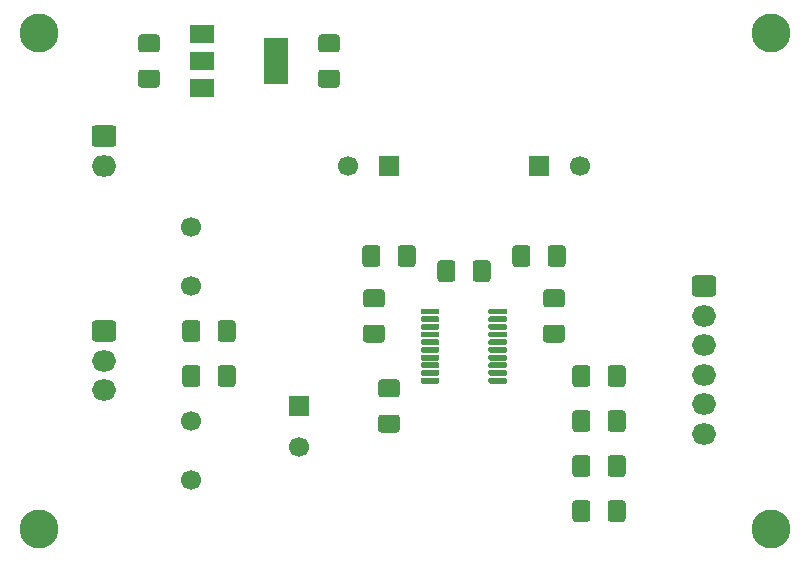
<source format=gbr>
%TF.GenerationSoftware,KiCad,Pcbnew,(5.1.6)-1*%
%TF.CreationDate,2020-11-10T02:08:12+03:00*%
%TF.ProjectId,dac-001s,6461632d-3030-4317-932e-6b696361645f,rev?*%
%TF.SameCoordinates,Original*%
%TF.FileFunction,Soldermask,Top*%
%TF.FilePolarity,Negative*%
%FSLAX46Y46*%
G04 Gerber Fmt 4.6, Leading zero omitted, Abs format (unit mm)*
G04 Created by KiCad (PCBNEW (5.1.6)-1) date 2020-11-10 02:08:12*
%MOMM*%
%LPD*%
G01*
G04 APERTURE LIST*
%ADD10O,2.050000X1.800000*%
%ADD11O,2.100000X1.800000*%
%ADD12C,3.300000*%
%ADD13C,1.700000*%
%ADD14R,1.700000X1.700000*%
%ADD15R,2.100000X1.600000*%
%ADD16R,2.100000X3.900000*%
G04 APERTURE END LIST*
D10*
%TO.C,J3*%
X147320000Y-70920000D03*
X147320000Y-68420000D03*
X147320000Y-65920000D03*
X147320000Y-63420000D03*
X147320000Y-60920000D03*
G36*
G01*
X146559706Y-57520000D02*
X148080294Y-57520000D01*
G75*
G02*
X148345000Y-57784706I0J-264706D01*
G01*
X148345000Y-59055294D01*
G75*
G02*
X148080294Y-59320000I-264706J0D01*
G01*
X146559706Y-59320000D01*
G75*
G02*
X146295000Y-59055294I0J264706D01*
G01*
X146295000Y-57784706D01*
G75*
G02*
X146559706Y-57520000I264706J0D01*
G01*
G37*
%TD*%
%TO.C,J2*%
X96520000Y-67230000D03*
X96520000Y-64730000D03*
G36*
G01*
X95759706Y-61330000D02*
X97280294Y-61330000D01*
G75*
G02*
X97545000Y-61594706I0J-264706D01*
G01*
X97545000Y-62865294D01*
G75*
G02*
X97280294Y-63130000I-264706J0D01*
G01*
X95759706Y-63130000D01*
G75*
G02*
X95495000Y-62865294I0J264706D01*
G01*
X95495000Y-61594706D01*
G75*
G02*
X95759706Y-61330000I264706J0D01*
G01*
G37*
%TD*%
D11*
%TO.C,J1*%
X96520000Y-48220000D03*
G36*
G01*
X95734706Y-44820000D02*
X97305294Y-44820000D01*
G75*
G02*
X97570000Y-45084706I0J-264706D01*
G01*
X97570000Y-46355294D01*
G75*
G02*
X97305294Y-46620000I-264706J0D01*
G01*
X95734706Y-46620000D01*
G75*
G02*
X95470000Y-46355294I0J264706D01*
G01*
X95470000Y-45084706D01*
G75*
G02*
X95734706Y-44820000I264706J0D01*
G01*
G37*
%TD*%
D12*
%TO.C,H4*%
X153000000Y-79000000D03*
%TD*%
%TO.C,H3*%
X91000000Y-79000000D03*
%TD*%
%TO.C,H2*%
X153000000Y-37000000D03*
%TD*%
%TO.C,H1*%
X91000000Y-37000000D03*
%TD*%
%TO.C,R6*%
G36*
G01*
X137705000Y-76812544D02*
X137705000Y-78127456D01*
G75*
G02*
X137437456Y-78395000I-267544J0D01*
G01*
X136447544Y-78395000D01*
G75*
G02*
X136180000Y-78127456I0J267544D01*
G01*
X136180000Y-76812544D01*
G75*
G02*
X136447544Y-76545000I267544J0D01*
G01*
X137437456Y-76545000D01*
G75*
G02*
X137705000Y-76812544I0J-267544D01*
G01*
G37*
G36*
G01*
X140680000Y-76812544D02*
X140680000Y-78127456D01*
G75*
G02*
X140412456Y-78395000I-267544J0D01*
G01*
X139422544Y-78395000D01*
G75*
G02*
X139155000Y-78127456I0J267544D01*
G01*
X139155000Y-76812544D01*
G75*
G02*
X139422544Y-76545000I267544J0D01*
G01*
X140412456Y-76545000D01*
G75*
G02*
X140680000Y-76812544I0J-267544D01*
G01*
G37*
%TD*%
%TO.C,R4*%
G36*
G01*
X137705000Y-73002544D02*
X137705000Y-74317456D01*
G75*
G02*
X137437456Y-74585000I-267544J0D01*
G01*
X136447544Y-74585000D01*
G75*
G02*
X136180000Y-74317456I0J267544D01*
G01*
X136180000Y-73002544D01*
G75*
G02*
X136447544Y-72735000I267544J0D01*
G01*
X137437456Y-72735000D01*
G75*
G02*
X137705000Y-73002544I0J-267544D01*
G01*
G37*
G36*
G01*
X140680000Y-73002544D02*
X140680000Y-74317456D01*
G75*
G02*
X140412456Y-74585000I-267544J0D01*
G01*
X139422544Y-74585000D01*
G75*
G02*
X139155000Y-74317456I0J267544D01*
G01*
X139155000Y-73002544D01*
G75*
G02*
X139422544Y-72735000I267544J0D01*
G01*
X140412456Y-72735000D01*
G75*
G02*
X140680000Y-73002544I0J-267544D01*
G01*
G37*
%TD*%
%TO.C,R3*%
G36*
G01*
X137705000Y-69192544D02*
X137705000Y-70507456D01*
G75*
G02*
X137437456Y-70775000I-267544J0D01*
G01*
X136447544Y-70775000D01*
G75*
G02*
X136180000Y-70507456I0J267544D01*
G01*
X136180000Y-69192544D01*
G75*
G02*
X136447544Y-68925000I267544J0D01*
G01*
X137437456Y-68925000D01*
G75*
G02*
X137705000Y-69192544I0J-267544D01*
G01*
G37*
G36*
G01*
X140680000Y-69192544D02*
X140680000Y-70507456D01*
G75*
G02*
X140412456Y-70775000I-267544J0D01*
G01*
X139422544Y-70775000D01*
G75*
G02*
X139155000Y-70507456I0J267544D01*
G01*
X139155000Y-69192544D01*
G75*
G02*
X139422544Y-68925000I267544J0D01*
G01*
X140412456Y-68925000D01*
G75*
G02*
X140680000Y-69192544I0J-267544D01*
G01*
G37*
%TD*%
%TO.C,R1*%
G36*
G01*
X137705000Y-65382544D02*
X137705000Y-66697456D01*
G75*
G02*
X137437456Y-66965000I-267544J0D01*
G01*
X136447544Y-66965000D01*
G75*
G02*
X136180000Y-66697456I0J267544D01*
G01*
X136180000Y-65382544D01*
G75*
G02*
X136447544Y-65115000I267544J0D01*
G01*
X137437456Y-65115000D01*
G75*
G02*
X137705000Y-65382544I0J-267544D01*
G01*
G37*
G36*
G01*
X140680000Y-65382544D02*
X140680000Y-66697456D01*
G75*
G02*
X140412456Y-66965000I-267544J0D01*
G01*
X139422544Y-66965000D01*
G75*
G02*
X139155000Y-66697456I0J267544D01*
G01*
X139155000Y-65382544D01*
G75*
G02*
X139422544Y-65115000I267544J0D01*
G01*
X140412456Y-65115000D01*
G75*
G02*
X140680000Y-65382544I0J-267544D01*
G01*
G37*
%TD*%
D13*
%TO.C,C1*%
X136850000Y-48260000D03*
D14*
X133350000Y-48260000D03*
%TD*%
%TO.C,C4*%
G36*
G01*
X116227456Y-38645000D02*
X114912544Y-38645000D01*
G75*
G02*
X114645000Y-38377456I0J267544D01*
G01*
X114645000Y-37387544D01*
G75*
G02*
X114912544Y-37120000I267544J0D01*
G01*
X116227456Y-37120000D01*
G75*
G02*
X116495000Y-37387544I0J-267544D01*
G01*
X116495000Y-38377456D01*
G75*
G02*
X116227456Y-38645000I-267544J0D01*
G01*
G37*
G36*
G01*
X116227456Y-41620000D02*
X114912544Y-41620000D01*
G75*
G02*
X114645000Y-41352456I0J267544D01*
G01*
X114645000Y-40362544D01*
G75*
G02*
X114912544Y-40095000I267544J0D01*
G01*
X116227456Y-40095000D01*
G75*
G02*
X116495000Y-40362544I0J-267544D01*
G01*
X116495000Y-41352456D01*
G75*
G02*
X116227456Y-41620000I-267544J0D01*
G01*
G37*
%TD*%
%TO.C,C3*%
G36*
G01*
X100987456Y-38645000D02*
X99672544Y-38645000D01*
G75*
G02*
X99405000Y-38377456I0J267544D01*
G01*
X99405000Y-37387544D01*
G75*
G02*
X99672544Y-37120000I267544J0D01*
G01*
X100987456Y-37120000D01*
G75*
G02*
X101255000Y-37387544I0J-267544D01*
G01*
X101255000Y-38377456D01*
G75*
G02*
X100987456Y-38645000I-267544J0D01*
G01*
G37*
G36*
G01*
X100987456Y-41620000D02*
X99672544Y-41620000D01*
G75*
G02*
X99405000Y-41352456I0J267544D01*
G01*
X99405000Y-40362544D01*
G75*
G02*
X99672544Y-40095000I267544J0D01*
G01*
X100987456Y-40095000D01*
G75*
G02*
X101255000Y-40362544I0J-267544D01*
G01*
X101255000Y-41352456D01*
G75*
G02*
X100987456Y-41620000I-267544J0D01*
G01*
G37*
%TD*%
D15*
%TO.C,U1*%
X104800000Y-37070000D03*
X104800000Y-41670000D03*
X104800000Y-39370000D03*
D16*
X111100000Y-39370000D03*
%TD*%
%TO.C,R5*%
G36*
G01*
X104685000Y-65382544D02*
X104685000Y-66697456D01*
G75*
G02*
X104417456Y-66965000I-267544J0D01*
G01*
X103427544Y-66965000D01*
G75*
G02*
X103160000Y-66697456I0J267544D01*
G01*
X103160000Y-65382544D01*
G75*
G02*
X103427544Y-65115000I267544J0D01*
G01*
X104417456Y-65115000D01*
G75*
G02*
X104685000Y-65382544I0J-267544D01*
G01*
G37*
G36*
G01*
X107660000Y-65382544D02*
X107660000Y-66697456D01*
G75*
G02*
X107392456Y-66965000I-267544J0D01*
G01*
X106402544Y-66965000D01*
G75*
G02*
X106135000Y-66697456I0J267544D01*
G01*
X106135000Y-65382544D01*
G75*
G02*
X106402544Y-65115000I267544J0D01*
G01*
X107392456Y-65115000D01*
G75*
G02*
X107660000Y-65382544I0J-267544D01*
G01*
G37*
%TD*%
%TO.C,R2*%
G36*
G01*
X107660000Y-61572544D02*
X107660000Y-62887456D01*
G75*
G02*
X107392456Y-63155000I-267544J0D01*
G01*
X106402544Y-63155000D01*
G75*
G02*
X106135000Y-62887456I0J267544D01*
G01*
X106135000Y-61572544D01*
G75*
G02*
X106402544Y-61305000I267544J0D01*
G01*
X107392456Y-61305000D01*
G75*
G02*
X107660000Y-61572544I0J-267544D01*
G01*
G37*
G36*
G01*
X104685000Y-61572544D02*
X104685000Y-62887456D01*
G75*
G02*
X104417456Y-63155000I-267544J0D01*
G01*
X103427544Y-63155000D01*
G75*
G02*
X103160000Y-62887456I0J267544D01*
G01*
X103160000Y-61572544D01*
G75*
G02*
X103427544Y-61305000I267544J0D01*
G01*
X104417456Y-61305000D01*
G75*
G02*
X104685000Y-61572544I0J-267544D01*
G01*
G37*
%TD*%
D13*
%TO.C,C11*%
X103922500Y-74850000D03*
X103922500Y-69850000D03*
%TD*%
%TO.C,C9*%
X103922500Y-53420000D03*
X103922500Y-58420000D03*
%TD*%
%TO.C,C13*%
G36*
G01*
X135277456Y-60235000D02*
X133962544Y-60235000D01*
G75*
G02*
X133695000Y-59967456I0J267544D01*
G01*
X133695000Y-58977544D01*
G75*
G02*
X133962544Y-58710000I267544J0D01*
G01*
X135277456Y-58710000D01*
G75*
G02*
X135545000Y-58977544I0J-267544D01*
G01*
X135545000Y-59967456D01*
G75*
G02*
X135277456Y-60235000I-267544J0D01*
G01*
G37*
G36*
G01*
X135277456Y-63210000D02*
X133962544Y-63210000D01*
G75*
G02*
X133695000Y-62942456I0J267544D01*
G01*
X133695000Y-61952544D01*
G75*
G02*
X133962544Y-61685000I267544J0D01*
G01*
X135277456Y-61685000D01*
G75*
G02*
X135545000Y-61952544I0J-267544D01*
G01*
X135545000Y-62942456D01*
G75*
G02*
X135277456Y-63210000I-267544J0D01*
G01*
G37*
%TD*%
%TO.C,C12*%
G36*
G01*
X120037456Y-60235000D02*
X118722544Y-60235000D01*
G75*
G02*
X118455000Y-59967456I0J267544D01*
G01*
X118455000Y-58977544D01*
G75*
G02*
X118722544Y-58710000I267544J0D01*
G01*
X120037456Y-58710000D01*
G75*
G02*
X120305000Y-58977544I0J-267544D01*
G01*
X120305000Y-59967456D01*
G75*
G02*
X120037456Y-60235000I-267544J0D01*
G01*
G37*
G36*
G01*
X120037456Y-63210000D02*
X118722544Y-63210000D01*
G75*
G02*
X118455000Y-62942456I0J267544D01*
G01*
X118455000Y-61952544D01*
G75*
G02*
X118722544Y-61685000I267544J0D01*
G01*
X120037456Y-61685000D01*
G75*
G02*
X120305000Y-61952544I0J-267544D01*
G01*
X120305000Y-62942456D01*
G75*
G02*
X120037456Y-63210000I-267544J0D01*
G01*
G37*
%TD*%
%TO.C,C8*%
X113030000Y-72080000D03*
D14*
X113030000Y-68580000D03*
%TD*%
D13*
%TO.C,C5*%
X117150000Y-48260000D03*
D14*
X120650000Y-48260000D03*
%TD*%
%TO.C,C7*%
G36*
G01*
X119992544Y-69305000D02*
X121307456Y-69305000D01*
G75*
G02*
X121575000Y-69572544I0J-267544D01*
G01*
X121575000Y-70562456D01*
G75*
G02*
X121307456Y-70830000I-267544J0D01*
G01*
X119992544Y-70830000D01*
G75*
G02*
X119725000Y-70562456I0J267544D01*
G01*
X119725000Y-69572544D01*
G75*
G02*
X119992544Y-69305000I267544J0D01*
G01*
G37*
G36*
G01*
X119992544Y-66330000D02*
X121307456Y-66330000D01*
G75*
G02*
X121575000Y-66597544I0J-267544D01*
G01*
X121575000Y-67587456D01*
G75*
G02*
X121307456Y-67855000I-267544J0D01*
G01*
X119992544Y-67855000D01*
G75*
G02*
X119725000Y-67587456I0J267544D01*
G01*
X119725000Y-66597544D01*
G75*
G02*
X119992544Y-66330000I267544J0D01*
G01*
G37*
%TD*%
%TO.C,C2*%
G36*
G01*
X134075000Y-56537456D02*
X134075000Y-55222544D01*
G75*
G02*
X134342544Y-54955000I267544J0D01*
G01*
X135332456Y-54955000D01*
G75*
G02*
X135600000Y-55222544I0J-267544D01*
G01*
X135600000Y-56537456D01*
G75*
G02*
X135332456Y-56805000I-267544J0D01*
G01*
X134342544Y-56805000D01*
G75*
G02*
X134075000Y-56537456I0J267544D01*
G01*
G37*
G36*
G01*
X131100000Y-56537456D02*
X131100000Y-55222544D01*
G75*
G02*
X131367544Y-54955000I267544J0D01*
G01*
X132357456Y-54955000D01*
G75*
G02*
X132625000Y-55222544I0J-267544D01*
G01*
X132625000Y-56537456D01*
G75*
G02*
X132357456Y-56805000I-267544J0D01*
G01*
X131367544Y-56805000D01*
G75*
G02*
X131100000Y-56537456I0J267544D01*
G01*
G37*
%TD*%
%TO.C,C6*%
G36*
G01*
X119925000Y-55222544D02*
X119925000Y-56537456D01*
G75*
G02*
X119657456Y-56805000I-267544J0D01*
G01*
X118667544Y-56805000D01*
G75*
G02*
X118400000Y-56537456I0J267544D01*
G01*
X118400000Y-55222544D01*
G75*
G02*
X118667544Y-54955000I267544J0D01*
G01*
X119657456Y-54955000D01*
G75*
G02*
X119925000Y-55222544I0J-267544D01*
G01*
G37*
G36*
G01*
X122900000Y-55222544D02*
X122900000Y-56537456D01*
G75*
G02*
X122632456Y-56805000I-267544J0D01*
G01*
X121642544Y-56805000D01*
G75*
G02*
X121375000Y-56537456I0J267544D01*
G01*
X121375000Y-55222544D01*
G75*
G02*
X121642544Y-54955000I267544J0D01*
G01*
X122632456Y-54955000D01*
G75*
G02*
X122900000Y-55222544I0J-267544D01*
G01*
G37*
%TD*%
%TO.C,C10*%
G36*
G01*
X127725000Y-57807456D02*
X127725000Y-56492544D01*
G75*
G02*
X127992544Y-56225000I267544J0D01*
G01*
X128982456Y-56225000D01*
G75*
G02*
X129250000Y-56492544I0J-267544D01*
G01*
X129250000Y-57807456D01*
G75*
G02*
X128982456Y-58075000I-267544J0D01*
G01*
X127992544Y-58075000D01*
G75*
G02*
X127725000Y-57807456I0J267544D01*
G01*
G37*
G36*
G01*
X124750000Y-57807456D02*
X124750000Y-56492544D01*
G75*
G02*
X125017544Y-56225000I267544J0D01*
G01*
X126007456Y-56225000D01*
G75*
G02*
X126275000Y-56492544I0J-267544D01*
G01*
X126275000Y-57807456D01*
G75*
G02*
X126007456Y-58075000I-267544J0D01*
G01*
X125017544Y-58075000D01*
G75*
G02*
X124750000Y-57807456I0J267544D01*
G01*
G37*
%TD*%
%TO.C,U2*%
G36*
G01*
X129075000Y-60700000D02*
X129075000Y-60450000D01*
G75*
G02*
X129200000Y-60325000I125000J0D01*
G01*
X130525000Y-60325000D01*
G75*
G02*
X130650000Y-60450000I0J-125000D01*
G01*
X130650000Y-60700000D01*
G75*
G02*
X130525000Y-60825000I-125000J0D01*
G01*
X129200000Y-60825000D01*
G75*
G02*
X129075000Y-60700000I0J125000D01*
G01*
G37*
G36*
G01*
X129075000Y-61350000D02*
X129075000Y-61100000D01*
G75*
G02*
X129200000Y-60975000I125000J0D01*
G01*
X130525000Y-60975000D01*
G75*
G02*
X130650000Y-61100000I0J-125000D01*
G01*
X130650000Y-61350000D01*
G75*
G02*
X130525000Y-61475000I-125000J0D01*
G01*
X129200000Y-61475000D01*
G75*
G02*
X129075000Y-61350000I0J125000D01*
G01*
G37*
G36*
G01*
X129075000Y-62000000D02*
X129075000Y-61750000D01*
G75*
G02*
X129200000Y-61625000I125000J0D01*
G01*
X130525000Y-61625000D01*
G75*
G02*
X130650000Y-61750000I0J-125000D01*
G01*
X130650000Y-62000000D01*
G75*
G02*
X130525000Y-62125000I-125000J0D01*
G01*
X129200000Y-62125000D01*
G75*
G02*
X129075000Y-62000000I0J125000D01*
G01*
G37*
G36*
G01*
X129075000Y-62650000D02*
X129075000Y-62400000D01*
G75*
G02*
X129200000Y-62275000I125000J0D01*
G01*
X130525000Y-62275000D01*
G75*
G02*
X130650000Y-62400000I0J-125000D01*
G01*
X130650000Y-62650000D01*
G75*
G02*
X130525000Y-62775000I-125000J0D01*
G01*
X129200000Y-62775000D01*
G75*
G02*
X129075000Y-62650000I0J125000D01*
G01*
G37*
G36*
G01*
X129075000Y-63300000D02*
X129075000Y-63050000D01*
G75*
G02*
X129200000Y-62925000I125000J0D01*
G01*
X130525000Y-62925000D01*
G75*
G02*
X130650000Y-63050000I0J-125000D01*
G01*
X130650000Y-63300000D01*
G75*
G02*
X130525000Y-63425000I-125000J0D01*
G01*
X129200000Y-63425000D01*
G75*
G02*
X129075000Y-63300000I0J125000D01*
G01*
G37*
G36*
G01*
X129075000Y-63950000D02*
X129075000Y-63700000D01*
G75*
G02*
X129200000Y-63575000I125000J0D01*
G01*
X130525000Y-63575000D01*
G75*
G02*
X130650000Y-63700000I0J-125000D01*
G01*
X130650000Y-63950000D01*
G75*
G02*
X130525000Y-64075000I-125000J0D01*
G01*
X129200000Y-64075000D01*
G75*
G02*
X129075000Y-63950000I0J125000D01*
G01*
G37*
G36*
G01*
X129075000Y-64600000D02*
X129075000Y-64350000D01*
G75*
G02*
X129200000Y-64225000I125000J0D01*
G01*
X130525000Y-64225000D01*
G75*
G02*
X130650000Y-64350000I0J-125000D01*
G01*
X130650000Y-64600000D01*
G75*
G02*
X130525000Y-64725000I-125000J0D01*
G01*
X129200000Y-64725000D01*
G75*
G02*
X129075000Y-64600000I0J125000D01*
G01*
G37*
G36*
G01*
X129075000Y-65250000D02*
X129075000Y-65000000D01*
G75*
G02*
X129200000Y-64875000I125000J0D01*
G01*
X130525000Y-64875000D01*
G75*
G02*
X130650000Y-65000000I0J-125000D01*
G01*
X130650000Y-65250000D01*
G75*
G02*
X130525000Y-65375000I-125000J0D01*
G01*
X129200000Y-65375000D01*
G75*
G02*
X129075000Y-65250000I0J125000D01*
G01*
G37*
G36*
G01*
X129075000Y-65900000D02*
X129075000Y-65650000D01*
G75*
G02*
X129200000Y-65525000I125000J0D01*
G01*
X130525000Y-65525000D01*
G75*
G02*
X130650000Y-65650000I0J-125000D01*
G01*
X130650000Y-65900000D01*
G75*
G02*
X130525000Y-66025000I-125000J0D01*
G01*
X129200000Y-66025000D01*
G75*
G02*
X129075000Y-65900000I0J125000D01*
G01*
G37*
G36*
G01*
X129075000Y-66550000D02*
X129075000Y-66300000D01*
G75*
G02*
X129200000Y-66175000I125000J0D01*
G01*
X130525000Y-66175000D01*
G75*
G02*
X130650000Y-66300000I0J-125000D01*
G01*
X130650000Y-66550000D01*
G75*
G02*
X130525000Y-66675000I-125000J0D01*
G01*
X129200000Y-66675000D01*
G75*
G02*
X129075000Y-66550000I0J125000D01*
G01*
G37*
G36*
G01*
X123350000Y-66550000D02*
X123350000Y-66300000D01*
G75*
G02*
X123475000Y-66175000I125000J0D01*
G01*
X124800000Y-66175000D01*
G75*
G02*
X124925000Y-66300000I0J-125000D01*
G01*
X124925000Y-66550000D01*
G75*
G02*
X124800000Y-66675000I-125000J0D01*
G01*
X123475000Y-66675000D01*
G75*
G02*
X123350000Y-66550000I0J125000D01*
G01*
G37*
G36*
G01*
X123350000Y-65900000D02*
X123350000Y-65650000D01*
G75*
G02*
X123475000Y-65525000I125000J0D01*
G01*
X124800000Y-65525000D01*
G75*
G02*
X124925000Y-65650000I0J-125000D01*
G01*
X124925000Y-65900000D01*
G75*
G02*
X124800000Y-66025000I-125000J0D01*
G01*
X123475000Y-66025000D01*
G75*
G02*
X123350000Y-65900000I0J125000D01*
G01*
G37*
G36*
G01*
X123350000Y-65250000D02*
X123350000Y-65000000D01*
G75*
G02*
X123475000Y-64875000I125000J0D01*
G01*
X124800000Y-64875000D01*
G75*
G02*
X124925000Y-65000000I0J-125000D01*
G01*
X124925000Y-65250000D01*
G75*
G02*
X124800000Y-65375000I-125000J0D01*
G01*
X123475000Y-65375000D01*
G75*
G02*
X123350000Y-65250000I0J125000D01*
G01*
G37*
G36*
G01*
X123350000Y-64600000D02*
X123350000Y-64350000D01*
G75*
G02*
X123475000Y-64225000I125000J0D01*
G01*
X124800000Y-64225000D01*
G75*
G02*
X124925000Y-64350000I0J-125000D01*
G01*
X124925000Y-64600000D01*
G75*
G02*
X124800000Y-64725000I-125000J0D01*
G01*
X123475000Y-64725000D01*
G75*
G02*
X123350000Y-64600000I0J125000D01*
G01*
G37*
G36*
G01*
X123350000Y-63950000D02*
X123350000Y-63700000D01*
G75*
G02*
X123475000Y-63575000I125000J0D01*
G01*
X124800000Y-63575000D01*
G75*
G02*
X124925000Y-63700000I0J-125000D01*
G01*
X124925000Y-63950000D01*
G75*
G02*
X124800000Y-64075000I-125000J0D01*
G01*
X123475000Y-64075000D01*
G75*
G02*
X123350000Y-63950000I0J125000D01*
G01*
G37*
G36*
G01*
X123350000Y-63300000D02*
X123350000Y-63050000D01*
G75*
G02*
X123475000Y-62925000I125000J0D01*
G01*
X124800000Y-62925000D01*
G75*
G02*
X124925000Y-63050000I0J-125000D01*
G01*
X124925000Y-63300000D01*
G75*
G02*
X124800000Y-63425000I-125000J0D01*
G01*
X123475000Y-63425000D01*
G75*
G02*
X123350000Y-63300000I0J125000D01*
G01*
G37*
G36*
G01*
X123350000Y-62650000D02*
X123350000Y-62400000D01*
G75*
G02*
X123475000Y-62275000I125000J0D01*
G01*
X124800000Y-62275000D01*
G75*
G02*
X124925000Y-62400000I0J-125000D01*
G01*
X124925000Y-62650000D01*
G75*
G02*
X124800000Y-62775000I-125000J0D01*
G01*
X123475000Y-62775000D01*
G75*
G02*
X123350000Y-62650000I0J125000D01*
G01*
G37*
G36*
G01*
X123350000Y-62000000D02*
X123350000Y-61750000D01*
G75*
G02*
X123475000Y-61625000I125000J0D01*
G01*
X124800000Y-61625000D01*
G75*
G02*
X124925000Y-61750000I0J-125000D01*
G01*
X124925000Y-62000000D01*
G75*
G02*
X124800000Y-62125000I-125000J0D01*
G01*
X123475000Y-62125000D01*
G75*
G02*
X123350000Y-62000000I0J125000D01*
G01*
G37*
G36*
G01*
X123350000Y-61350000D02*
X123350000Y-61100000D01*
G75*
G02*
X123475000Y-60975000I125000J0D01*
G01*
X124800000Y-60975000D01*
G75*
G02*
X124925000Y-61100000I0J-125000D01*
G01*
X124925000Y-61350000D01*
G75*
G02*
X124800000Y-61475000I-125000J0D01*
G01*
X123475000Y-61475000D01*
G75*
G02*
X123350000Y-61350000I0J125000D01*
G01*
G37*
G36*
G01*
X123350000Y-60700000D02*
X123350000Y-60450000D01*
G75*
G02*
X123475000Y-60325000I125000J0D01*
G01*
X124800000Y-60325000D01*
G75*
G02*
X124925000Y-60450000I0J-125000D01*
G01*
X124925000Y-60700000D01*
G75*
G02*
X124800000Y-60825000I-125000J0D01*
G01*
X123475000Y-60825000D01*
G75*
G02*
X123350000Y-60700000I0J125000D01*
G01*
G37*
%TD*%
M02*

</source>
